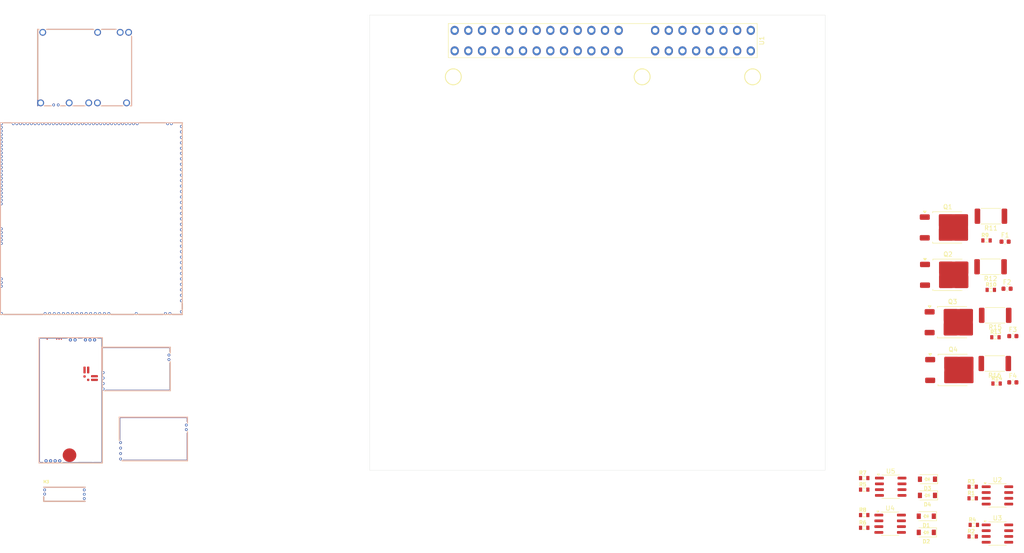
<source format=kicad_pcb>
(kicad_pcb (version 20240108) (generator "pcbnew") (generator_version "8.0")
  (layers (0 "F.Cu" signal) (1 "In1.Cu" signal) (2 "In2.Cu" signal) (31 "B.Cu" signal) (34 "B.Paste" user) (35 "F.Paste" user) (36 "B.SilkS" user "B.Silkscreen") (37 "F.SilkS" user "F.Silkscreen") (38 "B.Mask" user) (39 "F.Mask" user) (44 "Edge.Cuts" user))
  (net 0 "")
  (net 1 "/LS_PROTECTED_2/OUT1")
  (net 2 "+12V_RAW")
  (net 3 "/LS_PROTECTED_2/OUT2")
  (net 4 "Net-(F1-Pad1)")
  (net 5 "/IGN4/IN1")
  (net 6 "/IGN4/IN2")
  (net 7 "Net-(F2-Pad1)")
  (net 8 "/IGN4/IN3")
  (net 9 "Net-(F3-Pad1)")
  (net 10 "/IGN4/IN4")
  (net 11 "Net-(F4-Pad1)")
  (net 27 "/INJ4/IN2")
  (net 28 "/INJ4/IN3")
  (net 37 "/INJ4/IN4")
  (net 68 "/INJ4/IN1")
  (net 94 "/LS_PROTECTED_2/IN2")
  (net 104 "/LS_PROTECTED_2/IN1")
  (net 117 "/FAN")
  (net 118 "Net-(M1-VR+)")
  (net 120 "Net-(M2-IN_TPS)")
  (net 122 "/CAN+")
  (net 131 "Net-(M2-IN_CLT)")
  (net 138 "Net-(M2-IN_MAP1)")
  (net 139 "/CAN-")
  (net 140 "Net-(M2-IN_IAT)")
  (net 144 "/IGN4/OUT1")
  (net 145 "GND")
  (net 146 "Net-(Q1-G)")
  (net 147 "/IGN4/OUT2")
  (net 148 "Net-(Q2-G)")
  (net 149 "/IGN4/OUT3")
  (net 150 "Net-(Q3-G)")
  (net 151 "/IGN4/OUT4")
  (net 152 "Net-(Q4-G)")
  (net 156 "Net-(M2-IN_KNOCK)")
  (net 159 "+5VA")
  (net 165 "Net-(M5-VR+)")
  (net 187 "/INJ4/OUT2")
  (net 189 "/INJ4/OUT1")
  (net 191 "/INJ4/OUT3")
  (net 193 "/INJ4/OUT4")
  (net 198 "+5VP")
  (net 199 "Net-(M1-OUT)")
  (net 200 "Net-(M2-OUT_PWR_EN)")
  (net 201 "+5V")
  (net 202 "Net-(M2-VBAT)")
  (net 203 "Net-(M2-IN_VIGN)")
  (net 204 "Net-(M2-IN_CAM)")
  (net 208 "Net-(M6-IN_VIGN)")
  (footprint "footprints:R0603" (layer "F.Cu") (at 242.059 113.4665)
    (property "Reference" "R13")
    (property "Value" "22" (hide yes))
  )
  (footprint "Resistor_SMD:R_2512_6332Metric" (layer "F.Cu") (at 241.0735 86.869 180)
    (property "Reference" "R11")
    (property "Value" "0")
  )
  (footprint "footprints:SOD-123" (layer "F.Cu") (at 226.885 152.781 180)
    (property "Reference" "D1")
    (property "Value" "B5819W" (hide yes))
  )
  (footprint "Package_SO:SOIC-8_3.9x4.9mm_P1.27mm" (layer "F.Cu") (at 219.072 146.304)
    (property "Reference" "U5")
    (property "Value" "VNLD5160TR-E")
  )
  (footprint "Fuse:Fuse_0603_1608Metric" (layer "F.Cu") (at 244.6115 102.7985)
    (property "Reference" "F2")
    (property "Value" "50mA")
  )
  (footprint "Resistor_SMD:R_2512_6332Metric" (layer "F.Cu") (at 242.0115 108.6405 180)
    (property "Reference" "R15")
    (property "Value" "0")
  )
  (footprint "knock:knock" (layer "F.Cu") (at 33.067 149.607002)
    (property "Reference" "M3")
    (property "Value" "Module-knock-0.2" (hide yes))
  )
  (footprint "EP91 libraries:4EFE ECU Connector" (layer "F.Cu") (at 158.368 48.296 180)
    (property "Reference" "U1")
    (property "Value" "~")
  )
  (footprint "Package_TO_SOT_SMD:TO-252-2" (layer "F.Cu") (at 231.643 99.7445)
    (property "Reference" "Q2")
    (property "Value" "ISL9V3040D3ST")
  )
  (footprint "footprints:R0603" (layer "F.Cu") (at 213.257 146.939)
    (property "Reference" "R5")
    (property "Value" "4.7k" (hide yes))
  )
  (footprint "footprints:R0603" (layer "F.Cu") (at 237.068 157.226)
    (property "Reference" "R2")
    (property "Value" "4.7k" (hide yes))
  )
  (footprint "footprints:R0603" (layer "F.Cu") (at 237.068 148.844)
    (property "Reference" "R1")
    (property "Value" "4.7k" (hide yes))
  )
  (footprint "footprints:SOD-123" (layer "F.Cu") (at 226.885 156.337 180)
    (property "Reference" "D2")
    (property "Value" "B5819W" (hide yes))
  )
  (footprint "Resistor_SMD:R_2512_6332Metric" (layer "F.Cu") (at 241.9285 119.2315 180)
    (property "Reference" "R16")
    (property "Value" "0")
  )
  (footprint "footprints:R0603" (layer "F.Cu") (at 237.068 146.304)
    (property "Reference" "R3")
    (property "Value" "4.7k" (hide yes))
  )
  (footprint "mega_mcu144:mega-mcu144" (layer "F.Cu") (at 63.667999 108.547998 90)
    (property "Reference" "M2" (hide yes))
    (property "Value" "Module-mega-mcu144-0.7" (hide yes))
  )
  (footprint "footprints:R0603" (layer "F.Cu") (at 213.257 152.527)
    (property "Reference" "R8")
    (property "Value" "4.7k" (hide yes))
  )
  (footprint "Package_TO_SOT_SMD:TO-252-2" (layer "F.Cu") (at 232.659 110.1585)
    (property "Reference" "Q3")
    (property "Value" "ISL9V3040D3ST")
  )
  (footprint "footprints:R0603" (layer "F.Cu") (at 213.257 155.321)
    (property "Reference" "R6")
    (property "Value" "4.7k" (hide yes))
  )
  (footprint "footprints:R0603" (layer "F.Cu") (at 213.257 144.399)
    (property "Reference" "R7")
    (property "Value" "4.7k" (hide yes))
  )
  (footprint "footprints:R0603" (layer "F.Cu") (at 237.322 154.686)
    (property "Reference" "R4")
    (property "Value" "4.7k" (hide yes))
  )
  (footprint "footprints:R0603" (layer "F.Cu") (at 242.313 123.6265)
    (property "Reference" "R14")
    (property "Value" "22" (hide yes))
  )
  (footprint "Package_TO_SOT_SMD:TO-252-2" (layer "F.Cu") (at 231.59 89.3375)
    (property "Reference" "Q1")
    (property "Value" "ISL9V3040D3ST")
  )
  (footprint "Package_SO:SOIC-8_3.9x4.9mm_P1.27mm" (layer "F.Cu") (at 242.505 156.591)
    (property "Reference" "U3")
    (property "Value" "VNLD5160TR-E")
  )
  (footprint "power5_12:power_12and5V" (layer "F.Cu") (at 31.75 45.72 -90)
    (property "Reference" "M6" (hide yes))
    (property "Value" "Module-power_12and5V-0.3" (hide yes))
  )
  (footprint "footprints:R0603" (layer "F.Cu") (at 241.043 103.0525)
    (property "Reference" "R10")
    (property "Value" "22" (hide yes))
  )
  (footprint "wbo:wbo" (layer "F.Cu") (at 32.026 113.475 -90)
    (property "Reference" "M4" (hide yes))
    (property "Value" "Module-wbo-0.5" (hide yes))
  )
  (footprint "footprints:R0603" (layer "F.Cu") (at 240.105 92.203)
    (property "Reference" "R9")
    (property "Value" "22" (hide yes))
  )
  (footprint "Fuse:Fuse_0603_1608Metric" (layer "F.Cu") (at 244.1815 92.457)
    (property "Reference" "F1")
    (property "Value" "50mA")
  )
  (footprint "Resistor_SMD:R_2512_6332Metric" (layer "F.Cu") (at 240.9955 97.9725 180)
    (property "Reference" "R12")
    (property "Value" "0")
  )
  (footprint "Package_SO:SOIC-8_3.9x4.9mm_P1.27mm" (layer "F.Cu") (at 218.948 154.432)
    (property "Reference" "U4")
    (property "Value" "VNLD5160TR-E")
  )
  (footprint "footprints:SOD-123" (layer "F.Cu") (at 227.139 144.653 180)
    (property "Reference" "D3")
    (property "Value" "B5819W" (hide yes))
  )
  (footprint "vrmax:vr-max9924" (layer "F.Cu") (at 64.838 130.908 180)
    (property "Reference" "M5" (hide yes))
    (property "Value" "Module-vr-max9924-0.1" (hide yes))
  )
  (footprint "footprints:SOD-123" (layer "F.Cu") (at 227.139 148.209 180)
    (property "Reference" "D4")
    (property "Value" "B5819W" (hide yes))
  )
  (footprint "Fuse:Fuse_0603_1608Metric" (layer "F.Cu") (at 245.8815 123.3725)
    (property "Reference" "F4")
    (property "Value" "50mA")
  )
  (footprint "vrmax:vr-max9924" (layer "F.Cu") (at 61.028 115.528 180)
    (property "Reference" "M1" (hide yes))
    (property "Value" "Module-vr-max9924-0.1" (hide yes))
  )
  (footprint "Fuse:Fuse_0603_1608Metric" (layer "F.Cu") (at 245.8815 113.2125)
    (property "Reference" "F3")
    (property "Value" "50mA")
  )
  (footprint "Package_SO:SOIC-8_3.9x4.9mm_P1.27mm" (layer "F.Cu") (at 242.505 148.209)
    (property "Reference" "U2")
    (property "Value" "VNLD5160TR-E")
  )
  (footprint "Package_TO_SOT_SMD:TO-252-2" (layer "F.Cu") (at 232.777 120.651)
    (property "Reference" "Q4")
    (property "Value" "ISL9V3040D3ST")
  )
  (gr_rect (start 104.686 42.672) (end 204.686 142.672) (stroke (width 0.05)) (fill none) (layer "Edge.Cuts"))
)
</source>
